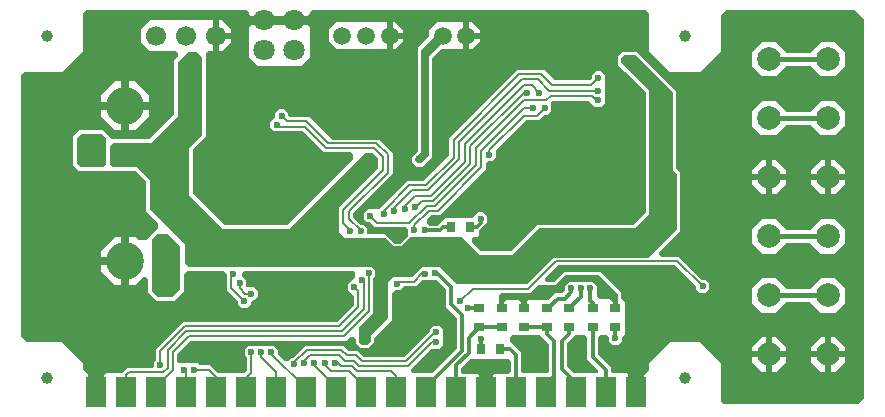
<source format=gbl>
%FSLAX43Y43*%
%MOMM*%
G71*
G01*
G75*
G04 Layer_Physical_Order=2*
G04 Layer_Color=16711680*
%ADD10R,0.800X0.900*%
%ADD11R,2.880X1.120*%
%ADD12R,0.900X1.270*%
%ADD13R,1.000X1.800*%
%ADD14R,1.400X1.200*%
%ADD15R,0.300X1.600*%
%ADD16R,1.600X0.300*%
%ADD17R,0.900X0.800*%
%ADD18R,0.508X0.559*%
%ADD19R,1.270X0.900*%
G04:AMPARAMS|DCode=20|XSize=1.9mm|YSize=3.3mm|CornerRadius=0mm|HoleSize=0mm|Usage=FLASHONLY|Rotation=180.000|XOffset=0mm|YOffset=0mm|HoleType=Round|Shape=Octagon|*
%AMOCTAGOND20*
4,1,8,0.475,-1.650,-0.475,-1.650,-0.950,-1.175,-0.950,1.175,-0.475,1.650,0.475,1.650,0.950,1.175,0.950,-1.175,0.475,-1.650,0.0*
%
%ADD20OCTAGOND20*%

%ADD21R,0.700X1.800*%
%ADD22R,0.700X1.350*%
%ADD23R,0.800X0.800*%
%ADD24R,1.600X2.200*%
%ADD25R,1.350X0.400*%
%ADD26R,1.900X1.900*%
%ADD27R,1.900X1.800*%
%ADD28R,0.600X1.400*%
%ADD29R,1.800X2.500*%
%ADD30C,0.200*%
%ADD31C,0.400*%
%ADD32C,0.300*%
%ADD33R,0.550X11.375*%
%ADD34R,0.550X2.225*%
%ADD35R,0.550X2.300*%
%ADD36R,1.975X0.550*%
%ADD37R,1.400X0.400*%
%ADD38R,0.400X1.400*%
%ADD39R,1.400X0.400*%
%ADD40R,2.150X0.500*%
%ADD41R,0.500X2.150*%
%ADD42C,0.600*%
%ADD43C,3.200*%
%ADD44C,1.000*%
%ADD45C,1.500*%
%ADD46C,1.700*%
%ADD47C,2.000*%
%ADD48C,1.800*%
%ADD49R,1.143X1.270*%
%ADD50R,4.800X0.650*%
%ADD51R,0.650X4.800*%
%ADD52R,3.175X0.650*%
%ADD53R,0.500X3.425*%
%ADD54R,3.625X0.600*%
%ADD55R,0.600X3.625*%
G36*
X102150Y86350D02*
Y85300D01*
X101675D01*
Y85675D01*
X101425Y85925D01*
X100600D01*
X100350Y86175D01*
Y87025D01*
X100025Y87350D01*
X97975D01*
X97650Y87025D01*
Y86650D01*
X97400Y86400D01*
X96800D01*
X96225Y85825D01*
X94550D01*
X94450Y85725D01*
Y85300D01*
X93925D01*
Y85675D01*
X93775Y85825D01*
X92650D01*
X92500Y85675D01*
Y85250D01*
X92100D01*
Y86200D01*
X92325Y86425D01*
X94725D01*
X95375Y87075D01*
X96825D01*
X97700Y87950D01*
X100550D01*
X102150Y86350D01*
D02*
G37*
G36*
X66925Y106375D02*
Y99800D01*
X65800Y98675D01*
Y94725D01*
X68725Y91800D01*
X74250D01*
X80750Y98300D01*
X81375D01*
X81850Y97825D01*
Y96950D01*
X78500Y93600D01*
Y91600D01*
X79000Y91100D01*
X82400D01*
X83150Y90350D01*
X83775D01*
X84575Y91150D01*
X88925D01*
X90425Y89650D01*
X93225D01*
X95475Y91900D01*
X103600D01*
X104800Y93100D01*
Y103550D01*
X102425Y105925D01*
Y106325D01*
X102675Y106575D01*
X103600D01*
X106775Y103400D01*
Y96825D01*
X107100Y96500D01*
Y91800D01*
X104700Y89400D01*
X96650D01*
X94400Y87150D01*
X88475D01*
X87000Y88625D01*
X85575D01*
X84725Y87775D01*
X83202D01*
X82700Y87309D01*
Y84275D01*
X81225Y82800D01*
Y82350D01*
X80900Y82025D01*
X80450D01*
X80175Y82300D01*
Y83425D01*
X81425Y84675D01*
Y87675D01*
X81600Y87850D01*
Y88300D01*
X81275Y88625D01*
X67375D01*
X65775Y88625D01*
X65500Y88900D01*
Y90500D01*
X62500Y93500D01*
X62500Y95950D01*
X61400Y97050D01*
X59375D01*
X59100Y97325D01*
Y98850D01*
X59350Y99100D01*
X62600D01*
X64875Y101375D01*
Y105975D01*
X65750Y106850D01*
X66450D01*
X66925Y106375D01*
D02*
G37*
G36*
X65075Y90400D02*
Y86775D01*
X64350Y86050D01*
X63175D01*
X62700Y86525D01*
Y90975D01*
X63125Y91400D01*
X64075D01*
X65075Y90400D01*
D02*
G37*
G36*
X58750Y99525D02*
Y97300D01*
X58500Y97050D01*
X56675D01*
X56350Y97375D01*
Y99525D01*
X56675Y99850D01*
X58425D01*
X58750Y99525D01*
D02*
G37*
G36*
X99550Y82675D02*
Y80825D01*
X100475Y79900D01*
Y79750D01*
X100325Y79600D01*
X98400D01*
X97825Y80175D01*
Y82175D01*
X98500Y82850D01*
X99375D01*
X99550Y82675D01*
D02*
G37*
G36*
X87575Y86750D02*
Y85250D01*
X88500Y84325D01*
Y81750D01*
X86350Y79600D01*
X84800D01*
X84650Y79750D01*
Y79975D01*
X86375Y81700D01*
X86975D01*
X87300Y82025D01*
Y83325D01*
X86975Y83650D01*
X86525D01*
X86200Y83325D01*
Y83200D01*
X84025Y81025D01*
X80600D01*
X80150Y81475D01*
X79350D01*
X78900Y81925D01*
X75600D01*
X74600Y80925D01*
X74500D01*
X74225Y80650D01*
X73900D01*
X73325Y81225D01*
Y81600D01*
X73000Y81925D01*
X70850D01*
X70525Y81600D01*
Y81150D01*
X70725Y80950D01*
Y79825D01*
X70500Y79600D01*
X68300D01*
X67625Y80275D01*
X66725D01*
X66525Y80475D01*
X64950D01*
X64800Y80625D01*
Y81225D01*
X65950Y82375D01*
X79200D01*
X79475Y82650D01*
X79775D01*
X79925Y82500D01*
Y82175D01*
X80325Y81775D01*
X81000D01*
X81500Y82275D01*
Y82625D01*
X83000Y84125D01*
Y86400D01*
X83250Y86650D01*
X83650D01*
X84025Y87025D01*
X85050D01*
X85525Y87500D01*
X86825D01*
X87575Y86750D01*
D02*
G37*
G36*
X93100Y80625D02*
Y79775D01*
X92900Y79575D01*
X91700D01*
X91575Y79450D01*
Y78800D01*
X90350D01*
Y79425D01*
X90200Y79575D01*
X89000D01*
X88825Y79750D01*
Y80075D01*
X89600Y80850D01*
X92875D01*
X93100Y80625D01*
D02*
G37*
G36*
X96325Y82125D02*
Y79775D01*
X96150Y79600D01*
X94125D01*
X93900Y79825D01*
Y81375D01*
X93000Y82275D01*
Y82700D01*
X93175Y82875D01*
X95575D01*
X96325Y82125D01*
D02*
G37*
G36*
X123000Y109600D02*
Y105500D01*
Y100475D01*
Y95475D01*
Y90475D01*
Y85475D01*
Y80475D01*
Y77500D01*
X122500Y77000D01*
X111075D01*
X110850Y77225D01*
Y80450D01*
X109050Y82250D01*
X106525D01*
X104750Y80475D01*
Y79875D01*
X104375Y79500D01*
Y79075D01*
X102975D01*
Y79500D01*
X102875Y79600D01*
X101750D01*
X101575Y79775D01*
Y80075D01*
X100425Y81225D01*
Y82625D01*
X100650Y82850D01*
X101150D01*
X101350Y82650D01*
Y82350D01*
X101675Y82025D01*
X102175D01*
X102475Y82325D01*
Y82675D01*
X102700Y82900D01*
Y85675D01*
X102425Y85950D01*
Y86450D01*
X100675Y88200D01*
X97600D01*
X96700Y87300D01*
X96150D01*
X95975Y87475D01*
Y87700D01*
X97025Y88750D01*
X107000D01*
X108750Y87000D01*
Y86725D01*
X109050Y86425D01*
X109525D01*
X109850Y86750D01*
Y87225D01*
X109550Y87525D01*
X109275D01*
X107325Y89475D01*
X105825D01*
X105650Y89650D01*
Y89875D01*
X107425Y91650D01*
Y96625D01*
X107050Y97000D01*
Y103025D01*
Y103500D01*
X103700Y106850D01*
X102475D01*
X102125Y106500D01*
Y105750D01*
X102725Y105150D01*
X104475Y103400D01*
Y93225D01*
X103450Y92200D01*
X95325D01*
X93050Y89925D01*
X90550D01*
X89750Y90725D01*
Y91075D01*
X89825Y91150D01*
X90200D01*
X90375Y91325D01*
Y91700D01*
X90925Y92250D01*
Y92300D01*
X91050Y92425D01*
Y92900D01*
X90725Y93225D01*
X90275D01*
X89800Y92750D01*
X87450D01*
X86800Y92100D01*
X86175D01*
X85925Y92350D01*
Y92625D01*
X86300Y93000D01*
X87050D01*
X90925Y96875D01*
Y97375D01*
X91125Y97575D01*
X91450D01*
X91775Y97900D01*
Y98500D01*
X94325Y101050D01*
X95475D01*
X95925Y101500D01*
X96175D01*
X96475Y101800D01*
Y102550D01*
X96625Y102700D01*
X99700D01*
X100225Y102175D01*
X100725D01*
X101025Y102475D01*
Y104850D01*
X100700Y105175D01*
X100250D01*
X99925Y104850D01*
Y104575D01*
X99750Y104400D01*
X96800D01*
X95875Y105325D01*
X93600D01*
X87825Y99550D01*
Y98050D01*
X85675Y95900D01*
X84300D01*
X81925Y93525D01*
X80950D01*
X80600Y93175D01*
Y92700D01*
X80650Y92650D01*
X80900Y92400D01*
X81175D01*
X81600Y91975D01*
X84175D01*
X84325Y91825D01*
Y91250D01*
X83650Y90575D01*
X83250D01*
X82450Y91375D01*
X81000D01*
X80900Y91475D01*
Y91875D01*
X80575Y92200D01*
X80375D01*
X79725Y92850D01*
Y93175D01*
X83075Y96525D01*
Y98300D01*
X81975Y99400D01*
X77925D01*
X76025Y101300D01*
X74400D01*
X74225Y101475D01*
Y101625D01*
X73900Y101950D01*
X73450D01*
X73125Y101625D01*
Y101300D01*
X72700Y100875D01*
Y100400D01*
X73000Y100100D01*
X75500D01*
X77275Y98325D01*
X79500D01*
X79725Y98100D01*
Y97775D01*
X74075Y92125D01*
X68875D01*
X66125Y94875D01*
Y98550D01*
X67275Y99700D01*
Y106700D01*
X67475Y106900D01*
X68625D01*
X69400Y107675D01*
Y108725D01*
X68625Y109500D01*
X62475D01*
X61725Y108750D01*
Y107650D01*
X62475Y106900D01*
X64750D01*
X64925Y106725D01*
Y106475D01*
X64550Y106100D01*
Y101525D01*
X62475Y99450D01*
X59275D01*
X58525Y100200D01*
X56500D01*
X56025Y99725D01*
Y97250D01*
X56525Y96750D01*
X61250D01*
X62150Y95850D01*
Y93325D01*
X63150Y92325D01*
Y91925D01*
X62150Y90925D01*
X61550D01*
X61300Y91175D01*
X59525D01*
X58350Y90000D01*
Y88275D01*
X59550Y87075D01*
X61250D01*
X61950Y87775D01*
X62175D01*
X62350Y87600D01*
Y86475D01*
X63075Y85750D01*
X64525D01*
X65375Y86600D01*
Y88025D01*
X65625Y88275D01*
X68775D01*
X69025Y88025D01*
Y86650D01*
X69925Y85750D01*
Y85475D01*
X70225Y85175D01*
X70725D01*
X71025Y85475D01*
Y85600D01*
X71225Y85800D01*
X71350D01*
X71650Y86100D01*
Y86575D01*
X71325Y86900D01*
X70750D01*
X70650Y87000D01*
Y87500D01*
X70275Y87875D01*
Y88125D01*
X70450Y88300D01*
X79725D01*
X79875Y88150D01*
Y87725D01*
X79250Y87100D01*
Y86650D01*
X79750Y86150D01*
Y85350D01*
X78375Y83975D01*
X65325D01*
X63025Y81675D01*
Y80775D01*
X62825Y80575D01*
Y80225D01*
X62650Y80050D01*
X60575D01*
X60125Y79600D01*
X58750D01*
X58600Y79450D01*
Y78525D01*
X57300D01*
Y79550D01*
X56875Y79975D01*
Y80500D01*
X55075Y82300D01*
X52075D01*
X51600Y82775D01*
Y101175D01*
Y104850D01*
X51900Y105150D01*
X55075D01*
X56850Y106925D01*
Y110125D01*
X57125Y110400D01*
X70700D01*
X70900Y110200D01*
Y110050D01*
X71050Y109900D01*
X75825D01*
X76025Y110100D01*
Y110200D01*
X76225Y110400D01*
X104450D01*
X104750Y110100D01*
Y106925D01*
X106525Y105150D01*
X109075D01*
X110850Y106925D01*
Y109975D01*
X111275Y110400D01*
X122200D01*
X123000Y109600D01*
D02*
G37*
%LPC*%
G36*
X120500Y87650D02*
X119300D01*
X118375Y86725D01*
X116425D01*
X115500Y87650D01*
X114300D01*
X113450Y86800D01*
Y85600D01*
X114300Y84750D01*
X115500D01*
X116400Y85650D01*
X118400D01*
X119300Y84750D01*
X120500D01*
X121350Y85600D01*
Y86800D01*
X120500Y87650D01*
D02*
G37*
G36*
X115500Y82650D02*
X114300D01*
X113450Y81800D01*
Y80600D01*
X114300Y79750D01*
X115500D01*
X116350Y80600D01*
Y81800D01*
X115500Y82650D01*
D02*
G37*
G36*
X120500D02*
X119300D01*
X118450Y81800D01*
Y80600D01*
X119300Y79750D01*
X120500D01*
X121350Y80600D01*
Y81800D01*
X120500Y82650D01*
D02*
G37*
G36*
Y102650D02*
X119300D01*
X118375Y101725D01*
X116425D01*
X115500Y102650D01*
X114300D01*
X113450Y101800D01*
Y100575D01*
X114275Y99750D01*
X115500D01*
X116400Y100650D01*
X118400D01*
X119300Y99750D01*
X120500D01*
X121350Y100600D01*
Y101800D01*
X120500Y102650D01*
D02*
G37*
G36*
X61225Y104325D02*
X59550D01*
X58350Y103125D01*
Y101425D01*
X59550Y100225D01*
X61250D01*
X62450Y101425D01*
Y103100D01*
X61225Y104325D01*
D02*
G37*
G36*
X120500Y107650D02*
X119300D01*
X118375Y106725D01*
X116425D01*
X115500Y107650D01*
X114300D01*
X113450Y106800D01*
Y105600D01*
X114300Y104750D01*
X115500D01*
X116400Y105650D01*
X118400D01*
X119300Y104750D01*
X120500D01*
X121350Y105600D01*
Y106800D01*
X120500Y107650D01*
D02*
G37*
G36*
X75850Y109075D02*
X71075D01*
X70900Y108900D01*
Y106425D01*
X71675Y105650D01*
X75275D01*
X76025Y106400D01*
Y108900D01*
X75850Y109075D01*
D02*
G37*
G36*
X83275Y109325D02*
X78300D01*
X77650Y108675D01*
Y107725D01*
X78325Y107050D01*
X83275D01*
X83925Y107700D01*
Y108675D01*
X83275Y109325D01*
D02*
G37*
G36*
X120500Y97650D02*
X119300D01*
X118450Y96800D01*
X118450Y95600D01*
X119300Y94750D01*
X120500D01*
X121350Y95600D01*
Y96800D01*
X120500Y97650D01*
D02*
G37*
G36*
Y92650D02*
X119300D01*
X118375Y91725D01*
X116425D01*
X115500Y92650D01*
X114300D01*
X113450Y91800D01*
Y90600D01*
X114300Y89750D01*
X115500D01*
X116400Y90650D01*
X118400D01*
X119300Y89750D01*
X120500D01*
X121350Y90600D01*
Y91800D01*
X120500Y92650D01*
D02*
G37*
G36*
X89775Y109350D02*
X86825D01*
X86150Y108675D01*
Y108150D01*
X85175Y107175D01*
Y98450D01*
X84675Y97950D01*
Y97500D01*
X85075Y97100D01*
X85575D01*
X86425Y97950D01*
X86429Y101000D01*
Y106329D01*
X87150Y107050D01*
X89775D01*
X90425Y107700D01*
Y108700D01*
X89775Y109350D01*
D02*
G37*
G36*
X115500Y97650D02*
X114300D01*
X113450Y96800D01*
Y95600D01*
X114300Y94750D01*
X115500D01*
X116350Y95600D01*
Y96800D01*
X115500Y97650D01*
D02*
G37*
%LPD*%
G36*
X87600Y108500D02*
Y107900D01*
X86150Y106450D01*
Y98050D01*
X85475Y97375D01*
X85175D01*
X84975Y97575D01*
Y97875D01*
X85450Y98350D01*
Y106950D01*
X87100Y108600D01*
X87500D01*
X87600Y108500D01*
D02*
G37*
D10*
X92125Y81625D02*
D03*
X90525D02*
D03*
X88000Y92000D02*
D03*
X89600D02*
D03*
D17*
X101900Y85100D02*
D03*
Y83500D02*
D03*
X100000D02*
D03*
Y85100D02*
D03*
X98000Y83500D02*
D03*
Y85100D02*
D03*
X96100Y83500D02*
D03*
Y85100D02*
D03*
X94200D02*
D03*
Y83500D02*
D03*
X92300Y85100D02*
D03*
Y83500D02*
D03*
X90400D02*
D03*
Y85100D02*
D03*
D29*
X98580Y78000D02*
D03*
X96040D02*
D03*
X57940D02*
D03*
X60480D02*
D03*
X63020D02*
D03*
X65560D02*
D03*
X68100D02*
D03*
X70640D02*
D03*
X75720D02*
D03*
X93500D02*
D03*
X90960D02*
D03*
X88420D02*
D03*
X85880D02*
D03*
X83340D02*
D03*
X80800D02*
D03*
X78260D02*
D03*
X101120D02*
D03*
X103660D02*
D03*
X73180D02*
D03*
D30*
X96850Y89100D02*
X107175D01*
X94525Y86775D02*
X96850Y89100D01*
X89875Y86775D02*
X94525D01*
X79600Y80225D02*
X80050Y79775D01*
X78725Y80225D02*
X79600D01*
X78450Y80500D02*
X78725Y80225D01*
X79800Y80675D02*
X80225Y80250D01*
X79025Y80675D02*
X79800D01*
X78550Y81150D02*
X79025Y80675D01*
X79375Y79775D02*
X80800Y78350D01*
X77800Y79775D02*
X79375D01*
X77300Y80275D02*
X77800Y79775D01*
X84475Y95525D02*
X85875D01*
X82325Y93375D02*
X84475Y95525D01*
X82325Y93075D02*
Y93375D01*
X84725Y95100D02*
X86075D01*
X83200Y93575D02*
X84725Y95100D01*
X83200Y93325D02*
Y93575D01*
X84925Y94650D02*
X86275D01*
X84075Y93800D02*
X84925Y94650D01*
X84075Y93525D02*
Y93800D01*
X86125Y93375D02*
X86900D01*
X84875Y92125D02*
X86125Y93375D01*
X84875Y91700D02*
Y92125D01*
X85925Y93800D02*
X86675D01*
X84450Y92325D02*
X85925Y93800D01*
X81775Y92325D02*
X84450D01*
X86900Y93375D02*
X90575Y97050D01*
X86675Y93800D02*
X90100Y97225D01*
X86500Y94225D02*
X89625Y97350D01*
X85550Y94225D02*
X86500D01*
X85200Y93875D02*
X85550Y94225D01*
X86275Y94650D02*
X89150Y97525D01*
X86075Y95100D02*
X88700Y97725D01*
X85875Y95525D02*
X88225Y97875D01*
X65775Y82725D02*
X78925D01*
X64450Y81400D02*
X65775Y82725D01*
X64450Y79875D02*
Y81400D01*
X65484Y83625D02*
X78525D01*
X63375Y80350D02*
Y81516D01*
X65484Y83625D01*
X65600Y83175D02*
X78750D01*
X64000Y81575D02*
X65600Y83175D01*
X64000Y80075D02*
Y81575D01*
X63625Y79700D02*
X64000Y80075D01*
X62950Y78725D02*
X63300D01*
X64450Y79875D01*
X63020Y78000D02*
Y78420D01*
X60750Y79700D02*
X63625D01*
X75720Y78000D02*
Y78330D01*
X60480Y78000D02*
Y79430D01*
X83340Y78000D02*
Y79385D01*
X77300Y80275D02*
Y80500D01*
X76400Y80275D02*
Y80500D01*
Y80275D02*
X78260Y78415D01*
X60480Y79430D02*
X60750Y79700D01*
X89625Y97350D02*
Y98825D01*
X90100Y97225D02*
Y98650D01*
X90575Y97050D02*
Y98450D01*
X91225Y98125D02*
Y98475D01*
X107175Y89100D02*
X109300Y86975D01*
X83400Y87200D02*
X83575Y87375D01*
X84850D01*
X85550Y88075D01*
X85775D01*
X94175Y102050D02*
X94925D01*
X99875Y104025D02*
X100475Y104625D01*
X65560Y78000D02*
Y79765D01*
X65400Y79925D02*
X65560Y79765D01*
X66225Y79925D02*
X67475D01*
X68100Y79300D01*
Y78000D02*
Y79300D01*
X69400Y87825D02*
X69575Y88000D01*
X69400Y86800D02*
Y87825D01*
Y86800D02*
X70475Y85725D01*
X70550Y86350D02*
X71100D01*
X70100Y86800D02*
X70550Y86350D01*
X70100Y86800D02*
Y87250D01*
X80050Y79775D02*
X82950D01*
X83340Y79385D01*
X72775Y81275D02*
X75720Y78330D01*
X72775Y81275D02*
Y81375D01*
X71925Y81000D02*
Y81375D01*
Y81000D02*
X73180Y79745D01*
Y78000D02*
Y79745D01*
X71075Y79650D02*
Y81375D01*
X70640Y79215D02*
X71075Y79650D01*
X70640Y78000D02*
Y79215D01*
X78200Y80500D02*
X78450D01*
X86650Y83100D02*
X86750D01*
X84225Y80675D02*
X86650Y83100D01*
X80425Y80675D02*
X84225D01*
X79975Y81125D02*
X80425Y80675D01*
X79175Y81125D02*
X79975D01*
X78700Y81600D02*
X79175Y81125D01*
X86400Y82250D02*
X86750D01*
X84400Y80250D02*
X86400Y82250D01*
X80225Y80250D02*
X84400D01*
X76050Y81150D02*
X78550D01*
X75575Y80675D02*
X76050Y81150D01*
X75575Y80475D02*
Y80675D01*
X74725Y80550D02*
X75775Y81600D01*
X78700D01*
X74725Y80375D02*
Y80550D01*
X88800Y85700D02*
X89875Y86775D01*
X81150Y92950D02*
X81775Y92325D01*
X78875Y93475D02*
X82225Y96825D01*
Y97950D01*
X81500Y98675D02*
X82225Y97950D01*
X78875Y92325D02*
Y93475D01*
Y92325D02*
X79550Y91650D01*
X80350D02*
Y91700D01*
X79350Y92700D02*
X80350Y91700D01*
X79350Y92700D02*
Y93325D01*
X82625Y96600D01*
Y98150D01*
X81675Y99100D02*
X82625Y98150D01*
X77600Y99100D02*
X81675D01*
X73400Y100500D02*
X75600D01*
X77425Y98675D01*
X81500D01*
X75750Y100950D02*
X77600Y99100D01*
X73250Y100650D02*
X73400Y100500D01*
X74125Y100950D02*
X75750D01*
X73675Y101400D02*
X74125Y100950D01*
X89150Y97525D02*
Y99025D01*
X88225Y97875D02*
Y99400D01*
X93775Y104950D01*
X88700Y97725D02*
Y99225D01*
X93975Y104500D01*
X89150Y99025D02*
X94150Y104025D01*
X89625Y98825D02*
X94175Y103375D01*
X90100Y98650D02*
X94175Y102725D01*
X90575Y98450D02*
X94175Y102050D01*
X91225Y98475D02*
X94150Y101400D01*
X95275D01*
X95925Y102050D01*
X94150Y104025D02*
X94825D01*
X95475Y103375D01*
X94175D02*
X94450D01*
X93975Y104500D02*
X95350D01*
X96300Y103550D01*
X100475D01*
X93775Y104950D02*
X95650D01*
X96575Y104025D01*
X99875D01*
X99950Y103075D02*
X100300Y102725D01*
X100475D01*
X94175D02*
X96075D01*
X96425Y103075D01*
X99950D01*
X78925Y82725D02*
X81075Y84875D01*
Y88075D01*
X78750Y83175D02*
X80600Y85025D01*
Y87300D01*
X80425Y87475D02*
X80600Y87300D01*
X78525Y83625D02*
X80125Y85225D01*
Y86550D01*
X79800Y86875D02*
X80125Y86550D01*
D31*
X114900Y106200D02*
X119900D01*
X114900Y101200D02*
X119900D01*
X114900Y91200D02*
X119900D01*
X114900Y86200D02*
X119900D01*
D32*
X92125Y81625D02*
X93025D01*
X101925Y82575D02*
Y83500D01*
X89475Y85100D02*
X90400D01*
X99800Y85750D02*
Y86800D01*
Y85750D02*
X100000Y85550D01*
Y85100D02*
Y85550D01*
X99000Y86100D02*
Y86800D01*
X98000Y85100D02*
X99000Y86100D01*
X98200Y86450D02*
Y86800D01*
X97650Y85900D02*
X98200Y86450D01*
X97050Y85900D02*
X97650D01*
X96250Y85100D02*
X97050Y85900D01*
X93025Y81625D02*
X93500Y81150D01*
Y78000D02*
Y81150D01*
X90525Y81625D02*
Y82525D01*
X88420Y78000D02*
Y80270D01*
X86850Y88075D02*
X88025Y86900D01*
X86675Y88075D02*
X86850D01*
X96040Y78690D02*
X96750Y79400D01*
X96040Y78000D02*
Y78690D01*
X97375Y80000D02*
X98580Y78795D01*
Y78000D02*
Y78795D01*
X88420Y80270D02*
X89500Y81350D01*
Y82600D01*
X90400Y83500D01*
X85880Y78480D02*
X88925Y81525D01*
X88025Y85475D02*
Y86900D01*
Y85475D02*
X88925Y84575D01*
Y81525D02*
Y84575D01*
X100000Y81025D02*
Y83500D01*
Y81025D02*
X101120Y79905D01*
Y78000D02*
Y79905D01*
X94200Y83500D02*
X96100D01*
X90400D02*
X92300D01*
X97375Y80000D02*
Y82350D01*
X98000Y82975D01*
Y83500D01*
X96100Y82975D02*
Y83500D01*
Y82975D02*
X96750Y82325D01*
Y79400D02*
Y82325D01*
X89525Y92000D02*
X90180D01*
X90500Y92320D01*
Y92675D01*
X85775Y91700D02*
X87050D01*
X87350Y92000D01*
X87925D01*
D40*
X83400Y108200D02*
D03*
X89900D02*
D03*
X68700D02*
D03*
D42*
X87375Y106050D02*
D03*
X65900Y81775D02*
D03*
X63300Y87900D02*
D03*
X64400D02*
D03*
Y86900D02*
D03*
X63300D02*
D03*
X109300Y86975D02*
D03*
X70100Y87250D02*
D03*
X69575Y88000D02*
D03*
X71525Y88950D02*
D03*
X99800Y86800D02*
D03*
X99000D02*
D03*
X96950Y88100D02*
D03*
X98200Y86800D02*
D03*
X94100Y87600D02*
D03*
X93100Y88800D02*
D03*
X83750Y91250D02*
D03*
X80150Y92975D02*
D03*
X82000Y94150D02*
D03*
X85775Y91700D02*
D03*
X71075Y81375D02*
D03*
X71925D02*
D03*
X72775D02*
D03*
X90500Y92675D02*
D03*
X85325Y97725D02*
D03*
X83200Y93325D02*
D03*
X84925Y93725D02*
D03*
X80350Y91650D02*
D03*
X84075Y93525D02*
D03*
X76400Y80500D02*
D03*
X77300D02*
D03*
X78200D02*
D03*
X80550Y82500D02*
D03*
X82200Y81425D02*
D03*
X74725Y80375D02*
D03*
X75575Y80475D02*
D03*
X92700Y90250D02*
D03*
X95250Y86250D02*
D03*
X83375Y86175D02*
D03*
X89475Y85100D02*
D03*
X81100Y97575D02*
D03*
X78800Y87200D02*
D03*
X63375Y80350D02*
D03*
X94925Y102050D02*
D03*
X94450Y103375D02*
D03*
X95475D02*
D03*
X91225Y98125D02*
D03*
X57175Y99375D02*
D03*
X58325Y99400D02*
D03*
X101925Y82575D02*
D03*
X94900Y82350D02*
D03*
X90525Y82525D02*
D03*
X106150Y96075D02*
D03*
X105325D02*
D03*
X106350Y103375D02*
D03*
X86750Y82250D02*
D03*
Y83100D02*
D03*
X102825Y106150D02*
D03*
X88800Y85700D02*
D03*
X86675Y88075D02*
D03*
X84875Y91700D02*
D03*
X85775Y88050D02*
D03*
X83400Y87200D02*
D03*
X81050Y88075D02*
D03*
X80425Y87475D02*
D03*
X79800Y86875D02*
D03*
X86400Y92475D02*
D03*
X104250Y89775D02*
D03*
X95925Y102050D02*
D03*
X100475Y103550D02*
D03*
Y102725D02*
D03*
Y104625D02*
D03*
X106225Y104975D02*
D03*
X97700Y98150D02*
D03*
X75250Y91700D02*
D03*
X71100Y86350D02*
D03*
X70475Y85725D02*
D03*
X66225Y79925D02*
D03*
X65400D02*
D03*
X78825Y99800D02*
D03*
X76300Y98700D02*
D03*
X79600Y81900D02*
D03*
X76175Y84950D02*
D03*
X67500Y89800D02*
D03*
X73600Y82025D02*
D03*
X87850Y84075D02*
D03*
X86825Y80900D02*
D03*
X89575Y80225D02*
D03*
X92350D02*
D03*
X68675Y80875D02*
D03*
X66275Y104475D02*
D03*
Y105400D02*
D03*
X66300Y106350D02*
D03*
X95775Y80125D02*
D03*
X98700Y82425D02*
D03*
X99675Y80025D02*
D03*
X101000Y81575D02*
D03*
X103375Y80100D02*
D03*
X105275Y82050D02*
D03*
X91375Y97150D02*
D03*
X103450Y88350D02*
D03*
X106225Y89900D02*
D03*
X100025Y99225D02*
D03*
X102675Y102050D02*
D03*
X94400Y100150D02*
D03*
X100925Y93775D02*
D03*
X71575Y87600D02*
D03*
X73125Y85700D02*
D03*
X71900Y84725D02*
D03*
X66075Y84600D02*
D03*
X66100Y87625D02*
D03*
X59675Y80300D02*
D03*
X62000Y83550D02*
D03*
X61975Y81375D02*
D03*
X59700Y86625D02*
D03*
X52575Y83000D02*
D03*
X54050Y86200D02*
D03*
X56650Y86300D02*
D03*
X57775Y94500D02*
D03*
X57350Y90650D02*
D03*
X52400Y89425D02*
D03*
X68525Y93350D02*
D03*
X71275Y92525D02*
D03*
X72900Y94400D02*
D03*
X67800Y97925D02*
D03*
X71125Y96825D02*
D03*
X76775Y95475D02*
D03*
X73500Y99250D02*
D03*
X67875Y102775D02*
D03*
X71025Y104950D02*
D03*
X70625Y109700D02*
D03*
X77750Y106375D02*
D03*
X83050Y100225D02*
D03*
X84400Y102600D02*
D03*
X82450Y105025D02*
D03*
X85775Y109625D02*
D03*
X91525Y109675D02*
D03*
X87200Y100075D02*
D03*
X92625Y105650D02*
D03*
X80050Y106375D02*
D03*
X52425Y104300D02*
D03*
X57250Y101250D02*
D03*
X57625Y109675D02*
D03*
X60825Y107850D02*
D03*
X64400Y109950D02*
D03*
X80300Y109975D02*
D03*
X103850Y109700D02*
D03*
X109250Y104125D02*
D03*
X111950Y109550D02*
D03*
X121800Y109400D02*
D03*
X108100Y96675D02*
D03*
X110900Y87350D02*
D03*
X110775Y82200D02*
D03*
X111675Y77700D02*
D03*
X121700Y77800D02*
D03*
X122000Y88700D02*
D03*
X122100Y103700D02*
D03*
X115375Y103700D02*
D03*
X115450Y88700D02*
D03*
X117275Y83900D02*
D03*
X117425Y93250D02*
D03*
X117475Y98875D02*
D03*
X111650Y100375D02*
D03*
X112200Y90950D02*
D03*
X75775Y104000D02*
D03*
X52350Y101350D02*
D03*
X81100Y100175D02*
D03*
X82325Y93075D02*
D03*
X81150Y92950D02*
D03*
X79475Y91650D02*
D03*
X73675Y101400D02*
D03*
X73250Y100650D02*
D03*
X100100Y105625D02*
D03*
D43*
X60400Y102270D02*
D03*
Y89130D02*
D03*
D44*
X107800Y79200D02*
D03*
X53800D02*
D03*
X107800Y108200D02*
D03*
X53800D02*
D03*
D45*
X89300D02*
D03*
X87300D02*
D03*
X82800D02*
D03*
X80800D02*
D03*
X78800D02*
D03*
D46*
X63020D02*
D03*
X68100D02*
D03*
X65560D02*
D03*
D47*
X114900Y106200D02*
D03*
Y101200D02*
D03*
Y96200D02*
D03*
X119900D02*
D03*
X114900Y91200D02*
D03*
X119900D02*
D03*
X114900Y86200D02*
D03*
X119900D02*
D03*
X114900Y81200D02*
D03*
X119900D02*
D03*
Y101200D02*
D03*
Y106200D02*
D03*
D48*
X74740Y109490D02*
D03*
Y106950D02*
D03*
X72200D02*
D03*
Y109490D02*
D03*
D49*
X64250Y89700D02*
D03*
X66250D02*
D03*
X57900Y98100D02*
D03*
X59900D02*
D03*
D50*
X60450Y102275D02*
D03*
D51*
X60395Y102320D02*
D03*
Y89180D02*
D03*
D52*
X59537Y89125D02*
D03*
D53*
X68100Y108237D02*
D03*
X82800Y108163D02*
D03*
X89300D02*
D03*
D54*
X114887Y81200D02*
D03*
X119912D02*
D03*
Y96200D02*
D03*
X114887D02*
D03*
D55*
X114900Y81188D02*
D03*
X119900D02*
D03*
Y96213D02*
D03*
X114900D02*
D03*
M02*

</source>
